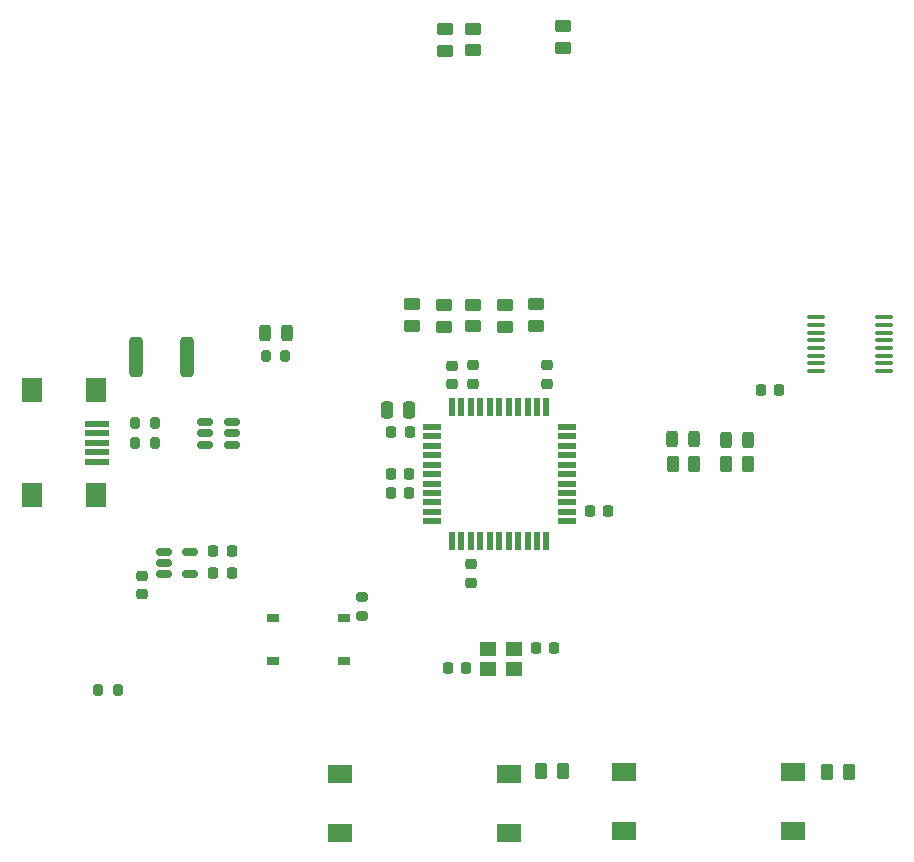
<source format=gbr>
%TF.GenerationSoftware,KiCad,Pcbnew,7.0.1-0*%
%TF.CreationDate,2023-04-20T13:11:41-06:00*%
%TF.ProjectId,Phase_B_ATMEGA_v3,50686173-655f-4425-9f41-544d4547415f,rev?*%
%TF.SameCoordinates,Original*%
%TF.FileFunction,Paste,Top*%
%TF.FilePolarity,Positive*%
%FSLAX46Y46*%
G04 Gerber Fmt 4.6, Leading zero omitted, Abs format (unit mm)*
G04 Created by KiCad (PCBNEW 7.0.1-0) date 2023-04-20 13:11:41*
%MOMM*%
%LPD*%
G01*
G04 APERTURE LIST*
G04 Aperture macros list*
%AMRoundRect*
0 Rectangle with rounded corners*
0 $1 Rounding radius*
0 $2 $3 $4 $5 $6 $7 $8 $9 X,Y pos of 4 corners*
0 Add a 4 corners polygon primitive as box body*
4,1,4,$2,$3,$4,$5,$6,$7,$8,$9,$2,$3,0*
0 Add four circle primitives for the rounded corners*
1,1,$1+$1,$2,$3*
1,1,$1+$1,$4,$5*
1,1,$1+$1,$6,$7*
1,1,$1+$1,$8,$9*
0 Add four rect primitives between the rounded corners*
20,1,$1+$1,$2,$3,$4,$5,0*
20,1,$1+$1,$4,$5,$6,$7,0*
20,1,$1+$1,$6,$7,$8,$9,0*
20,1,$1+$1,$8,$9,$2,$3,0*%
G04 Aperture macros list end*
%ADD10RoundRect,0.225000X-0.225000X-0.250000X0.225000X-0.250000X0.225000X0.250000X-0.225000X0.250000X0*%
%ADD11RoundRect,0.225000X0.250000X-0.225000X0.250000X0.225000X-0.250000X0.225000X-0.250000X-0.225000X0*%
%ADD12RoundRect,0.250000X-0.312500X-1.450000X0.312500X-1.450000X0.312500X1.450000X-0.312500X1.450000X0*%
%ADD13RoundRect,0.250000X0.450000X-0.262500X0.450000X0.262500X-0.450000X0.262500X-0.450000X-0.262500X0*%
%ADD14R,2.000000X1.500000*%
%ADD15RoundRect,0.243750X-0.243750X-0.456250X0.243750X-0.456250X0.243750X0.456250X-0.243750X0.456250X0*%
%ADD16RoundRect,0.250000X-0.262500X-0.450000X0.262500X-0.450000X0.262500X0.450000X-0.262500X0.450000X0*%
%ADD17RoundRect,0.200000X0.200000X0.275000X-0.200000X0.275000X-0.200000X-0.275000X0.200000X-0.275000X0*%
%ADD18RoundRect,0.250000X0.250000X0.475000X-0.250000X0.475000X-0.250000X-0.475000X0.250000X-0.475000X0*%
%ADD19RoundRect,0.100000X0.637500X0.100000X-0.637500X0.100000X-0.637500X-0.100000X0.637500X-0.100000X0*%
%ADD20R,1.700000X2.000000*%
%ADD21R,2.000000X0.500000*%
%ADD22RoundRect,0.250000X-0.450000X0.262500X-0.450000X-0.262500X0.450000X-0.262500X0.450000X0.262500X0*%
%ADD23R,1.000000X0.700000*%
%ADD24RoundRect,0.200000X-0.200000X-0.275000X0.200000X-0.275000X0.200000X0.275000X-0.200000X0.275000X0*%
%ADD25RoundRect,0.150000X-0.512500X-0.150000X0.512500X-0.150000X0.512500X0.150000X-0.512500X0.150000X0*%
%ADD26RoundRect,0.200000X-0.275000X0.200000X-0.275000X-0.200000X0.275000X-0.200000X0.275000X0.200000X0*%
%ADD27R,1.400000X1.200000*%
%ADD28RoundRect,0.225000X-0.250000X0.225000X-0.250000X-0.225000X0.250000X-0.225000X0.250000X0.225000X0*%
%ADD29RoundRect,0.225000X0.225000X0.250000X-0.225000X0.250000X-0.225000X-0.250000X0.225000X-0.250000X0*%
%ADD30R,0.550000X1.500000*%
%ADD31R,1.500000X0.550000*%
G04 APERTURE END LIST*
D10*
%TO.C,C15*%
X148100000Y-75450000D03*
X146550000Y-75450000D03*
%TD*%
D11*
%TO.C,C5*%
X166750000Y-57875000D03*
X166750000Y-59425000D03*
%TD*%
D12*
%TO.C,F1*%
X144287500Y-57100000D03*
X140012500Y-57100000D03*
%TD*%
D10*
%TO.C,C2*%
X167950000Y-83500000D03*
X166400000Y-83500000D03*
%TD*%
D13*
%TO.C,R7*%
X171200000Y-52760000D03*
X171200000Y-54585000D03*
%TD*%
D10*
%TO.C,C3*%
X175400000Y-81800000D03*
X173850000Y-81800000D03*
%TD*%
D13*
%TO.C,R9*%
X163400000Y-52685000D03*
X163400000Y-54510000D03*
%TD*%
D14*
%TO.C,S1*%
X171550000Y-97400000D03*
X157250000Y-97400000D03*
X171550000Y-92400000D03*
X157250000Y-92400000D03*
%TD*%
D15*
%TO.C,D1*%
X187237500Y-64050000D03*
X185362500Y-64050000D03*
%TD*%
D14*
%TO.C,S2*%
X195600000Y-97300000D03*
X181300000Y-97300000D03*
X195600000Y-92300000D03*
X181300000Y-92300000D03*
%TD*%
D13*
%TO.C,R11*%
X173850000Y-52660000D03*
X173850000Y-54485000D03*
%TD*%
D16*
%TO.C,R2*%
X200325000Y-92250000D03*
X198500000Y-92250000D03*
%TD*%
D17*
%TO.C,R17*%
X136815000Y-85290000D03*
X138465000Y-85290000D03*
%TD*%
D18*
%TO.C,C8*%
X161250000Y-61650000D03*
X163150000Y-61650000D03*
%TD*%
D19*
%TO.C,U2*%
X197587500Y-58325000D03*
X197587500Y-57675000D03*
X197587500Y-57025000D03*
X197587500Y-56375000D03*
X197587500Y-55725000D03*
X197587500Y-55075000D03*
X197587500Y-54425000D03*
X197587500Y-53775000D03*
X203312500Y-53775000D03*
X203312500Y-54425000D03*
X203312500Y-55075000D03*
X203312500Y-55725000D03*
X203312500Y-56375000D03*
X203312500Y-57025000D03*
X203312500Y-57675000D03*
X203312500Y-58325000D03*
%TD*%
D20*
%TO.C,J2*%
X131175000Y-68850000D03*
X136625000Y-68850000D03*
X131175000Y-59950000D03*
X136625000Y-59950000D03*
D21*
X136725000Y-66000000D03*
X136725000Y-65200000D03*
X136725000Y-64400000D03*
X136725000Y-63600000D03*
X136725000Y-62800000D03*
%TD*%
D13*
%TO.C,R12*%
X168550000Y-52697500D03*
X168550000Y-54522500D03*
%TD*%
D15*
%TO.C,D2*%
X191850000Y-64150000D03*
X189975000Y-64150000D03*
%TD*%
D22*
%TO.C,R6*%
X176150000Y-30962500D03*
X176150000Y-29137500D03*
%TD*%
D23*
%TO.C,S3*%
X151600000Y-79200000D03*
X157600000Y-79200000D03*
X151600000Y-82900000D03*
X157600000Y-82900000D03*
%TD*%
D15*
%TO.C,D3*%
X152800000Y-55100000D03*
X150925000Y-55100000D03*
%TD*%
D24*
%TO.C,R14*%
X141600000Y-64400000D03*
X139950000Y-64400000D03*
%TD*%
D25*
%TO.C,U5*%
X144600000Y-73600000D03*
X144600000Y-75500000D03*
X142325000Y-75500000D03*
X142325000Y-74550000D03*
X142325000Y-73600000D03*
%TD*%
D16*
%TO.C,R1*%
X176125000Y-92200000D03*
X174300000Y-92200000D03*
%TD*%
D10*
%TO.C,C14*%
X148100000Y-73550000D03*
X146550000Y-73550000D03*
%TD*%
D13*
%TO.C,R8*%
X166050000Y-52760000D03*
X166050000Y-54585000D03*
%TD*%
D26*
%TO.C,R13*%
X159150000Y-79100000D03*
X159150000Y-77450000D03*
%TD*%
D22*
%TO.C,R10*%
X168550000Y-31162500D03*
X168550000Y-29337500D03*
%TD*%
%TO.C,R5*%
X166150000Y-31200000D03*
X166150000Y-29375000D03*
%TD*%
D10*
%TO.C,C11*%
X179975000Y-70200000D03*
X178425000Y-70200000D03*
%TD*%
D27*
%TO.C,Y1*%
X169800000Y-81850000D03*
X172000000Y-81850000D03*
X172000000Y-83550000D03*
X169800000Y-83550000D03*
%TD*%
D24*
%TO.C,R15*%
X141575000Y-62700000D03*
X139925000Y-62700000D03*
%TD*%
D16*
%TO.C,R3*%
X187250000Y-66150000D03*
X185425000Y-66150000D03*
%TD*%
D24*
%TO.C,R16*%
X152645000Y-57015000D03*
X150995000Y-57015000D03*
%TD*%
D28*
%TO.C,C6*%
X168400000Y-76225000D03*
X168400000Y-74675000D03*
%TD*%
D11*
%TO.C,C4*%
X174800000Y-57850000D03*
X174800000Y-59400000D03*
%TD*%
D29*
%TO.C,C7*%
X161625000Y-63500000D03*
X163175000Y-63500000D03*
%TD*%
D16*
%TO.C,R4*%
X191785000Y-66210000D03*
X189960000Y-66210000D03*
%TD*%
D30*
%TO.C,U3*%
X166750000Y-61350000D03*
X167550000Y-61350000D03*
X168350000Y-61350000D03*
X169150000Y-61350000D03*
X169950000Y-61350000D03*
X170750000Y-61350000D03*
X171550000Y-61350000D03*
X172350000Y-61350000D03*
X173150000Y-61350000D03*
X173950000Y-61350000D03*
X174750000Y-61350000D03*
D31*
X176450000Y-63050000D03*
X176450000Y-63850000D03*
X176450000Y-64650000D03*
X176450000Y-65450000D03*
X176450000Y-66250000D03*
X176450000Y-67050000D03*
X176450000Y-67850000D03*
X176450000Y-68650000D03*
X176450000Y-69450000D03*
X176450000Y-70250000D03*
X176450000Y-71050000D03*
D30*
X174750000Y-72750000D03*
X173950000Y-72750000D03*
X173150000Y-72750000D03*
X172350000Y-72750000D03*
X171550000Y-72750000D03*
X170750000Y-72750000D03*
X169950000Y-72750000D03*
X169150000Y-72750000D03*
X168350000Y-72750000D03*
X167550000Y-72750000D03*
X166750000Y-72750000D03*
D31*
X165050000Y-71050000D03*
X165050000Y-70250000D03*
X165050000Y-69450000D03*
X165050000Y-68650000D03*
X165050000Y-67850000D03*
X165050000Y-67050000D03*
X165050000Y-66250000D03*
X165050000Y-65450000D03*
X165050000Y-64650000D03*
X165050000Y-63850000D03*
X165050000Y-63050000D03*
%TD*%
D29*
%TO.C,C10*%
X161600000Y-68650000D03*
X163150000Y-68650000D03*
%TD*%
D25*
%TO.C,U4*%
X148137500Y-62650000D03*
X148137500Y-63600000D03*
X148137500Y-64550000D03*
X145862500Y-64550000D03*
X145862500Y-63600000D03*
X145862500Y-62650000D03*
%TD*%
D28*
%TO.C,C13*%
X140500000Y-77225000D03*
X140500000Y-75675000D03*
%TD*%
D29*
%TO.C,C9*%
X161600000Y-67050000D03*
X163150000Y-67050000D03*
%TD*%
%TO.C,C1*%
X192925000Y-59900000D03*
X194475000Y-59900000D03*
%TD*%
D11*
%TO.C,C12*%
X168500000Y-57850000D03*
X168500000Y-59400000D03*
%TD*%
M02*

</source>
